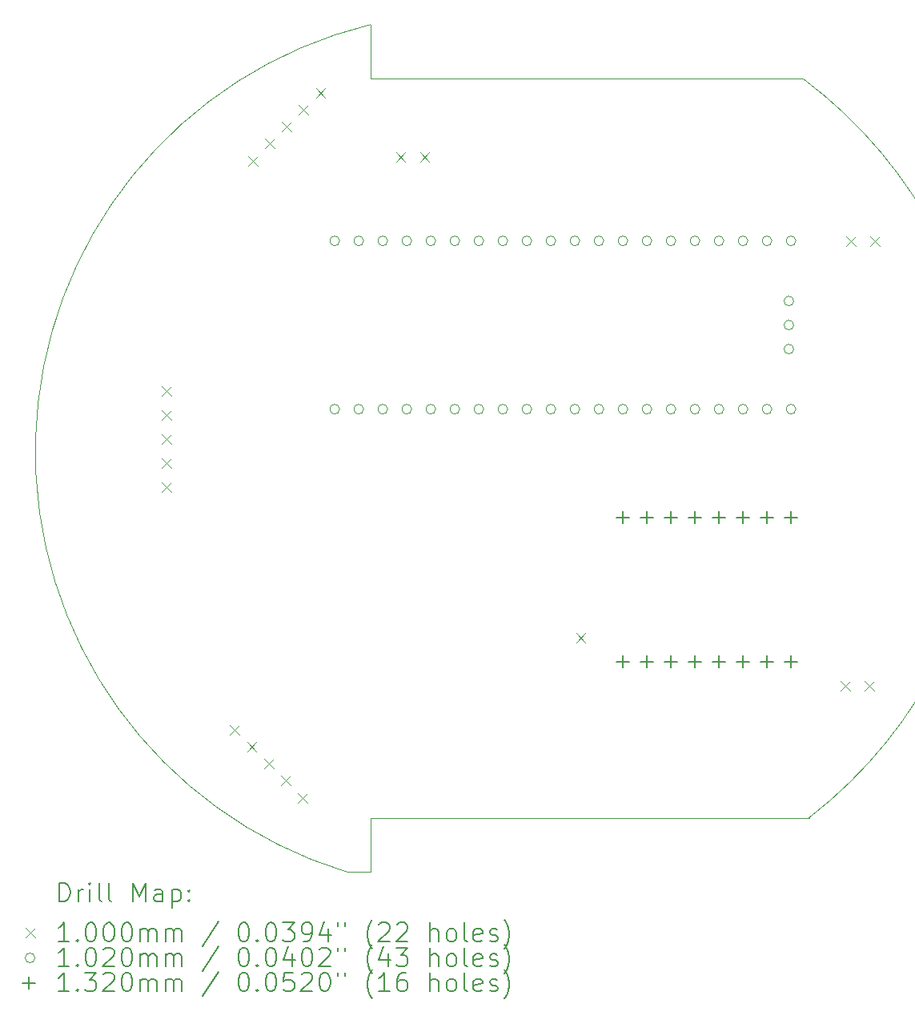
<source format=gbr>
%TF.GenerationSoftware,KiCad,Pcbnew,(6.0.9)*%
%TF.CreationDate,2022-12-06T10:38:09+05:30*%
%TF.ProjectId,micromouseus,6d696372-6f6d-46f7-9573-6575732e6b69,rev?*%
%TF.SameCoordinates,Original*%
%TF.FileFunction,Drillmap*%
%TF.FilePolarity,Positive*%
%FSLAX45Y45*%
G04 Gerber Fmt 4.5, Leading zero omitted, Abs format (unit mm)*
G04 Created by KiCad (PCBNEW (6.0.9)) date 2022-12-06 10:38:09*
%MOMM*%
%LPD*%
G01*
G04 APERTURE LIST*
%ADD10C,0.100000*%
%ADD11C,0.200000*%
%ADD12C,0.102000*%
%ADD13C,0.132000*%
G04 APERTURE END LIST*
D10*
X18097500Y-12827000D02*
G75*
G03*
X18034000Y-5016500I-2994616J3881162D01*
G01*
X13462000Y-13398500D02*
X13462000Y-12827000D01*
X18097500Y-12827000D02*
X13462000Y-12827000D01*
X13462000Y-5016500D02*
X18034000Y-5016500D01*
X13462000Y-4445000D02*
X13462000Y-5016500D01*
X13462000Y-4445000D02*
G75*
G03*
X13208000Y-13398500I1096018J-4511446D01*
G01*
X13208000Y-13398500D02*
X13462000Y-13398500D01*
D11*
D10*
X11253000Y-8269000D02*
X11353000Y-8369000D01*
X11353000Y-8269000D02*
X11253000Y-8369000D01*
X11253000Y-8523000D02*
X11353000Y-8623000D01*
X11353000Y-8523000D02*
X11253000Y-8623000D01*
X11253000Y-8777000D02*
X11353000Y-8877000D01*
X11353000Y-8777000D02*
X11253000Y-8877000D01*
X11253000Y-9031000D02*
X11353000Y-9131000D01*
X11353000Y-9031000D02*
X11253000Y-9131000D01*
X11253000Y-9285000D02*
X11353000Y-9385000D01*
X11353000Y-9285000D02*
X11253000Y-9385000D01*
X11973643Y-11846643D02*
X12073643Y-11946643D01*
X12073643Y-11846643D02*
X11973643Y-11946643D01*
X12153248Y-12026248D02*
X12253248Y-12126248D01*
X12253248Y-12026248D02*
X12153248Y-12126248D01*
X12163436Y-5834064D02*
X12263436Y-5934064D01*
X12263436Y-5834064D02*
X12163436Y-5934064D01*
X12332853Y-12205853D02*
X12432853Y-12305853D01*
X12432853Y-12205853D02*
X12332853Y-12305853D01*
X12343041Y-5654459D02*
X12443041Y-5754459D01*
X12443041Y-5654459D02*
X12343041Y-5754459D01*
X12512459Y-12385459D02*
X12612459Y-12485459D01*
X12612459Y-12385459D02*
X12512459Y-12485459D01*
X12522646Y-5474854D02*
X12622646Y-5574854D01*
X12622646Y-5474854D02*
X12522646Y-5574854D01*
X12692064Y-12565064D02*
X12792064Y-12665064D01*
X12792064Y-12565064D02*
X12692064Y-12665064D01*
X12702252Y-5295248D02*
X12802252Y-5395248D01*
X12802252Y-5295248D02*
X12702252Y-5395248D01*
X12881857Y-5115643D02*
X12981857Y-5215643D01*
X12981857Y-5115643D02*
X12881857Y-5215643D01*
X13729000Y-5792000D02*
X13829000Y-5892000D01*
X13829000Y-5792000D02*
X13729000Y-5892000D01*
X13983000Y-5792000D02*
X14083000Y-5892000D01*
X14083000Y-5792000D02*
X13983000Y-5892000D01*
X15634500Y-10872000D02*
X15734500Y-10972000D01*
X15734500Y-10872000D02*
X15634500Y-10972000D01*
X18429000Y-11380000D02*
X18529000Y-11480000D01*
X18529000Y-11380000D02*
X18429000Y-11480000D01*
X18492000Y-6681000D02*
X18592000Y-6781000D01*
X18592000Y-6681000D02*
X18492000Y-6781000D01*
X18683000Y-11380000D02*
X18783000Y-11480000D01*
X18783000Y-11380000D02*
X18683000Y-11480000D01*
X18746000Y-6681000D02*
X18846000Y-6781000D01*
X18846000Y-6681000D02*
X18746000Y-6781000D01*
D12*
X13132000Y-6731000D02*
G75*
G03*
X13132000Y-6731000I-51000J0D01*
G01*
X13132000Y-8509000D02*
G75*
G03*
X13132000Y-8509000I-51000J0D01*
G01*
X13386000Y-6731000D02*
G75*
G03*
X13386000Y-6731000I-51000J0D01*
G01*
X13386000Y-8509000D02*
G75*
G03*
X13386000Y-8509000I-51000J0D01*
G01*
X13640000Y-6731000D02*
G75*
G03*
X13640000Y-6731000I-51000J0D01*
G01*
X13640000Y-8509000D02*
G75*
G03*
X13640000Y-8509000I-51000J0D01*
G01*
X13894000Y-6731000D02*
G75*
G03*
X13894000Y-6731000I-51000J0D01*
G01*
X13894000Y-8509000D02*
G75*
G03*
X13894000Y-8509000I-51000J0D01*
G01*
X14148000Y-6731000D02*
G75*
G03*
X14148000Y-6731000I-51000J0D01*
G01*
X14148000Y-8509000D02*
G75*
G03*
X14148000Y-8509000I-51000J0D01*
G01*
X14402000Y-6731000D02*
G75*
G03*
X14402000Y-6731000I-51000J0D01*
G01*
X14402000Y-8509000D02*
G75*
G03*
X14402000Y-8509000I-51000J0D01*
G01*
X14656000Y-6731000D02*
G75*
G03*
X14656000Y-6731000I-51000J0D01*
G01*
X14656000Y-8509000D02*
G75*
G03*
X14656000Y-8509000I-51000J0D01*
G01*
X14910000Y-6731000D02*
G75*
G03*
X14910000Y-6731000I-51000J0D01*
G01*
X14910000Y-8509000D02*
G75*
G03*
X14910000Y-8509000I-51000J0D01*
G01*
X15164000Y-6731000D02*
G75*
G03*
X15164000Y-6731000I-51000J0D01*
G01*
X15164000Y-8509000D02*
G75*
G03*
X15164000Y-8509000I-51000J0D01*
G01*
X15418000Y-6731000D02*
G75*
G03*
X15418000Y-6731000I-51000J0D01*
G01*
X15418000Y-8509000D02*
G75*
G03*
X15418000Y-8509000I-51000J0D01*
G01*
X15672000Y-6731000D02*
G75*
G03*
X15672000Y-6731000I-51000J0D01*
G01*
X15672000Y-8509000D02*
G75*
G03*
X15672000Y-8509000I-51000J0D01*
G01*
X15926000Y-6731000D02*
G75*
G03*
X15926000Y-6731000I-51000J0D01*
G01*
X15926000Y-8509000D02*
G75*
G03*
X15926000Y-8509000I-51000J0D01*
G01*
X16180000Y-6731000D02*
G75*
G03*
X16180000Y-6731000I-51000J0D01*
G01*
X16180000Y-8509000D02*
G75*
G03*
X16180000Y-8509000I-51000J0D01*
G01*
X16434000Y-6731000D02*
G75*
G03*
X16434000Y-6731000I-51000J0D01*
G01*
X16434000Y-8509000D02*
G75*
G03*
X16434000Y-8509000I-51000J0D01*
G01*
X16688000Y-6731000D02*
G75*
G03*
X16688000Y-6731000I-51000J0D01*
G01*
X16688000Y-8509000D02*
G75*
G03*
X16688000Y-8509000I-51000J0D01*
G01*
X16942000Y-6731000D02*
G75*
G03*
X16942000Y-6731000I-51000J0D01*
G01*
X16942000Y-8509000D02*
G75*
G03*
X16942000Y-8509000I-51000J0D01*
G01*
X17196000Y-6731000D02*
G75*
G03*
X17196000Y-6731000I-51000J0D01*
G01*
X17196000Y-8509000D02*
G75*
G03*
X17196000Y-8509000I-51000J0D01*
G01*
X17450000Y-6731000D02*
G75*
G03*
X17450000Y-6731000I-51000J0D01*
G01*
X17450000Y-8509000D02*
G75*
G03*
X17450000Y-8509000I-51000J0D01*
G01*
X17704000Y-6731000D02*
G75*
G03*
X17704000Y-6731000I-51000J0D01*
G01*
X17704000Y-8509000D02*
G75*
G03*
X17704000Y-8509000I-51000J0D01*
G01*
X17935000Y-7366000D02*
G75*
G03*
X17935000Y-7366000I-51000J0D01*
G01*
X17935000Y-7620000D02*
G75*
G03*
X17935000Y-7620000I-51000J0D01*
G01*
X17935000Y-7874000D02*
G75*
G03*
X17935000Y-7874000I-51000J0D01*
G01*
X17958000Y-6731000D02*
G75*
G03*
X17958000Y-6731000I-51000J0D01*
G01*
X17958000Y-8509000D02*
G75*
G03*
X17958000Y-8509000I-51000J0D01*
G01*
D13*
X16129000Y-9586000D02*
X16129000Y-9718000D01*
X16063000Y-9652000D02*
X16195000Y-9652000D01*
X16129000Y-11110000D02*
X16129000Y-11242000D01*
X16063000Y-11176000D02*
X16195000Y-11176000D01*
X16383000Y-9586000D02*
X16383000Y-9718000D01*
X16317000Y-9652000D02*
X16449000Y-9652000D01*
X16383000Y-11110000D02*
X16383000Y-11242000D01*
X16317000Y-11176000D02*
X16449000Y-11176000D01*
X16637000Y-9586000D02*
X16637000Y-9718000D01*
X16571000Y-9652000D02*
X16703000Y-9652000D01*
X16637000Y-11110000D02*
X16637000Y-11242000D01*
X16571000Y-11176000D02*
X16703000Y-11176000D01*
X16891000Y-9586000D02*
X16891000Y-9718000D01*
X16825000Y-9652000D02*
X16957000Y-9652000D01*
X16891000Y-11110000D02*
X16891000Y-11242000D01*
X16825000Y-11176000D02*
X16957000Y-11176000D01*
X17145000Y-9586000D02*
X17145000Y-9718000D01*
X17079000Y-9652000D02*
X17211000Y-9652000D01*
X17145000Y-11110000D02*
X17145000Y-11242000D01*
X17079000Y-11176000D02*
X17211000Y-11176000D01*
X17399000Y-9586000D02*
X17399000Y-9718000D01*
X17333000Y-9652000D02*
X17465000Y-9652000D01*
X17399000Y-11110000D02*
X17399000Y-11242000D01*
X17333000Y-11176000D02*
X17465000Y-11176000D01*
X17653000Y-9586000D02*
X17653000Y-9718000D01*
X17587000Y-9652000D02*
X17719000Y-9652000D01*
X17653000Y-11110000D02*
X17653000Y-11242000D01*
X17587000Y-11176000D02*
X17719000Y-11176000D01*
X17907000Y-9586000D02*
X17907000Y-9718000D01*
X17841000Y-9652000D02*
X17973000Y-9652000D01*
X17907000Y-11110000D02*
X17907000Y-11242000D01*
X17841000Y-11176000D02*
X17973000Y-11176000D01*
D11*
X10167966Y-13713976D02*
X10167966Y-13513976D01*
X10215585Y-13513976D01*
X10244156Y-13523500D01*
X10263204Y-13542548D01*
X10272728Y-13561595D01*
X10282251Y-13599690D01*
X10282251Y-13628262D01*
X10272728Y-13666357D01*
X10263204Y-13685405D01*
X10244156Y-13704452D01*
X10215585Y-13713976D01*
X10167966Y-13713976D01*
X10367966Y-13713976D02*
X10367966Y-13580643D01*
X10367966Y-13618738D02*
X10377489Y-13599690D01*
X10387013Y-13590167D01*
X10406061Y-13580643D01*
X10425109Y-13580643D01*
X10491775Y-13713976D02*
X10491775Y-13580643D01*
X10491775Y-13513976D02*
X10482251Y-13523500D01*
X10491775Y-13533024D01*
X10501299Y-13523500D01*
X10491775Y-13513976D01*
X10491775Y-13533024D01*
X10615585Y-13713976D02*
X10596537Y-13704452D01*
X10587013Y-13685405D01*
X10587013Y-13513976D01*
X10720347Y-13713976D02*
X10701299Y-13704452D01*
X10691775Y-13685405D01*
X10691775Y-13513976D01*
X10948918Y-13713976D02*
X10948918Y-13513976D01*
X11015585Y-13656833D01*
X11082251Y-13513976D01*
X11082251Y-13713976D01*
X11263204Y-13713976D02*
X11263204Y-13609214D01*
X11253680Y-13590167D01*
X11234632Y-13580643D01*
X11196537Y-13580643D01*
X11177489Y-13590167D01*
X11263204Y-13704452D02*
X11244156Y-13713976D01*
X11196537Y-13713976D01*
X11177489Y-13704452D01*
X11167966Y-13685405D01*
X11167966Y-13666357D01*
X11177489Y-13647309D01*
X11196537Y-13637786D01*
X11244156Y-13637786D01*
X11263204Y-13628262D01*
X11358442Y-13580643D02*
X11358442Y-13780643D01*
X11358442Y-13590167D02*
X11377489Y-13580643D01*
X11415585Y-13580643D01*
X11434632Y-13590167D01*
X11444156Y-13599690D01*
X11453680Y-13618738D01*
X11453680Y-13675881D01*
X11444156Y-13694928D01*
X11434632Y-13704452D01*
X11415585Y-13713976D01*
X11377489Y-13713976D01*
X11358442Y-13704452D01*
X11539394Y-13694928D02*
X11548918Y-13704452D01*
X11539394Y-13713976D01*
X11529870Y-13704452D01*
X11539394Y-13694928D01*
X11539394Y-13713976D01*
X11539394Y-13590167D02*
X11548918Y-13599690D01*
X11539394Y-13609214D01*
X11529870Y-13599690D01*
X11539394Y-13590167D01*
X11539394Y-13609214D01*
D10*
X9810347Y-13993500D02*
X9910347Y-14093500D01*
X9910347Y-13993500D02*
X9810347Y-14093500D01*
D11*
X10272728Y-14133976D02*
X10158442Y-14133976D01*
X10215585Y-14133976D02*
X10215585Y-13933976D01*
X10196537Y-13962548D01*
X10177489Y-13981595D01*
X10158442Y-13991119D01*
X10358442Y-14114928D02*
X10367966Y-14124452D01*
X10358442Y-14133976D01*
X10348918Y-14124452D01*
X10358442Y-14114928D01*
X10358442Y-14133976D01*
X10491775Y-13933976D02*
X10510823Y-13933976D01*
X10529870Y-13943500D01*
X10539394Y-13953024D01*
X10548918Y-13972071D01*
X10558442Y-14010167D01*
X10558442Y-14057786D01*
X10548918Y-14095881D01*
X10539394Y-14114928D01*
X10529870Y-14124452D01*
X10510823Y-14133976D01*
X10491775Y-14133976D01*
X10472728Y-14124452D01*
X10463204Y-14114928D01*
X10453680Y-14095881D01*
X10444156Y-14057786D01*
X10444156Y-14010167D01*
X10453680Y-13972071D01*
X10463204Y-13953024D01*
X10472728Y-13943500D01*
X10491775Y-13933976D01*
X10682251Y-13933976D02*
X10701299Y-13933976D01*
X10720347Y-13943500D01*
X10729870Y-13953024D01*
X10739394Y-13972071D01*
X10748918Y-14010167D01*
X10748918Y-14057786D01*
X10739394Y-14095881D01*
X10729870Y-14114928D01*
X10720347Y-14124452D01*
X10701299Y-14133976D01*
X10682251Y-14133976D01*
X10663204Y-14124452D01*
X10653680Y-14114928D01*
X10644156Y-14095881D01*
X10634632Y-14057786D01*
X10634632Y-14010167D01*
X10644156Y-13972071D01*
X10653680Y-13953024D01*
X10663204Y-13943500D01*
X10682251Y-13933976D01*
X10872728Y-13933976D02*
X10891775Y-13933976D01*
X10910823Y-13943500D01*
X10920347Y-13953024D01*
X10929870Y-13972071D01*
X10939394Y-14010167D01*
X10939394Y-14057786D01*
X10929870Y-14095881D01*
X10920347Y-14114928D01*
X10910823Y-14124452D01*
X10891775Y-14133976D01*
X10872728Y-14133976D01*
X10853680Y-14124452D01*
X10844156Y-14114928D01*
X10834632Y-14095881D01*
X10825109Y-14057786D01*
X10825109Y-14010167D01*
X10834632Y-13972071D01*
X10844156Y-13953024D01*
X10853680Y-13943500D01*
X10872728Y-13933976D01*
X11025109Y-14133976D02*
X11025109Y-14000643D01*
X11025109Y-14019690D02*
X11034632Y-14010167D01*
X11053680Y-14000643D01*
X11082251Y-14000643D01*
X11101299Y-14010167D01*
X11110823Y-14029214D01*
X11110823Y-14133976D01*
X11110823Y-14029214D02*
X11120347Y-14010167D01*
X11139394Y-14000643D01*
X11167966Y-14000643D01*
X11187013Y-14010167D01*
X11196537Y-14029214D01*
X11196537Y-14133976D01*
X11291775Y-14133976D02*
X11291775Y-14000643D01*
X11291775Y-14019690D02*
X11301299Y-14010167D01*
X11320347Y-14000643D01*
X11348918Y-14000643D01*
X11367966Y-14010167D01*
X11377489Y-14029214D01*
X11377489Y-14133976D01*
X11377489Y-14029214D02*
X11387013Y-14010167D01*
X11406061Y-14000643D01*
X11434632Y-14000643D01*
X11453680Y-14010167D01*
X11463204Y-14029214D01*
X11463204Y-14133976D01*
X11853680Y-13924452D02*
X11682251Y-14181595D01*
X12110823Y-13933976D02*
X12129870Y-13933976D01*
X12148918Y-13943500D01*
X12158442Y-13953024D01*
X12167966Y-13972071D01*
X12177489Y-14010167D01*
X12177489Y-14057786D01*
X12167966Y-14095881D01*
X12158442Y-14114928D01*
X12148918Y-14124452D01*
X12129870Y-14133976D01*
X12110823Y-14133976D01*
X12091775Y-14124452D01*
X12082251Y-14114928D01*
X12072727Y-14095881D01*
X12063204Y-14057786D01*
X12063204Y-14010167D01*
X12072727Y-13972071D01*
X12082251Y-13953024D01*
X12091775Y-13943500D01*
X12110823Y-13933976D01*
X12263204Y-14114928D02*
X12272727Y-14124452D01*
X12263204Y-14133976D01*
X12253680Y-14124452D01*
X12263204Y-14114928D01*
X12263204Y-14133976D01*
X12396537Y-13933976D02*
X12415585Y-13933976D01*
X12434632Y-13943500D01*
X12444156Y-13953024D01*
X12453680Y-13972071D01*
X12463204Y-14010167D01*
X12463204Y-14057786D01*
X12453680Y-14095881D01*
X12444156Y-14114928D01*
X12434632Y-14124452D01*
X12415585Y-14133976D01*
X12396537Y-14133976D01*
X12377489Y-14124452D01*
X12367966Y-14114928D01*
X12358442Y-14095881D01*
X12348918Y-14057786D01*
X12348918Y-14010167D01*
X12358442Y-13972071D01*
X12367966Y-13953024D01*
X12377489Y-13943500D01*
X12396537Y-13933976D01*
X12529870Y-13933976D02*
X12653680Y-13933976D01*
X12587013Y-14010167D01*
X12615585Y-14010167D01*
X12634632Y-14019690D01*
X12644156Y-14029214D01*
X12653680Y-14048262D01*
X12653680Y-14095881D01*
X12644156Y-14114928D01*
X12634632Y-14124452D01*
X12615585Y-14133976D01*
X12558442Y-14133976D01*
X12539394Y-14124452D01*
X12529870Y-14114928D01*
X12748918Y-14133976D02*
X12787013Y-14133976D01*
X12806061Y-14124452D01*
X12815585Y-14114928D01*
X12834632Y-14086357D01*
X12844156Y-14048262D01*
X12844156Y-13972071D01*
X12834632Y-13953024D01*
X12825108Y-13943500D01*
X12806061Y-13933976D01*
X12767966Y-13933976D01*
X12748918Y-13943500D01*
X12739394Y-13953024D01*
X12729870Y-13972071D01*
X12729870Y-14019690D01*
X12739394Y-14038738D01*
X12748918Y-14048262D01*
X12767966Y-14057786D01*
X12806061Y-14057786D01*
X12825108Y-14048262D01*
X12834632Y-14038738D01*
X12844156Y-14019690D01*
X13015585Y-14000643D02*
X13015585Y-14133976D01*
X12967966Y-13924452D02*
X12920346Y-14067309D01*
X13044156Y-14067309D01*
X13110823Y-13933976D02*
X13110823Y-13972071D01*
X13187013Y-13933976D02*
X13187013Y-13972071D01*
X13482251Y-14210167D02*
X13472727Y-14200643D01*
X13453680Y-14172071D01*
X13444156Y-14153024D01*
X13434632Y-14124452D01*
X13425108Y-14076833D01*
X13425108Y-14038738D01*
X13434632Y-13991119D01*
X13444156Y-13962548D01*
X13453680Y-13943500D01*
X13472727Y-13914928D01*
X13482251Y-13905405D01*
X13548918Y-13953024D02*
X13558442Y-13943500D01*
X13577489Y-13933976D01*
X13625108Y-13933976D01*
X13644156Y-13943500D01*
X13653680Y-13953024D01*
X13663204Y-13972071D01*
X13663204Y-13991119D01*
X13653680Y-14019690D01*
X13539394Y-14133976D01*
X13663204Y-14133976D01*
X13739394Y-13953024D02*
X13748918Y-13943500D01*
X13767966Y-13933976D01*
X13815585Y-13933976D01*
X13834632Y-13943500D01*
X13844156Y-13953024D01*
X13853680Y-13972071D01*
X13853680Y-13991119D01*
X13844156Y-14019690D01*
X13729870Y-14133976D01*
X13853680Y-14133976D01*
X14091775Y-14133976D02*
X14091775Y-13933976D01*
X14177489Y-14133976D02*
X14177489Y-14029214D01*
X14167966Y-14010167D01*
X14148918Y-14000643D01*
X14120346Y-14000643D01*
X14101299Y-14010167D01*
X14091775Y-14019690D01*
X14301299Y-14133976D02*
X14282251Y-14124452D01*
X14272727Y-14114928D01*
X14263204Y-14095881D01*
X14263204Y-14038738D01*
X14272727Y-14019690D01*
X14282251Y-14010167D01*
X14301299Y-14000643D01*
X14329870Y-14000643D01*
X14348918Y-14010167D01*
X14358442Y-14019690D01*
X14367966Y-14038738D01*
X14367966Y-14095881D01*
X14358442Y-14114928D01*
X14348918Y-14124452D01*
X14329870Y-14133976D01*
X14301299Y-14133976D01*
X14482251Y-14133976D02*
X14463204Y-14124452D01*
X14453680Y-14105405D01*
X14453680Y-13933976D01*
X14634632Y-14124452D02*
X14615585Y-14133976D01*
X14577489Y-14133976D01*
X14558442Y-14124452D01*
X14548918Y-14105405D01*
X14548918Y-14029214D01*
X14558442Y-14010167D01*
X14577489Y-14000643D01*
X14615585Y-14000643D01*
X14634632Y-14010167D01*
X14644156Y-14029214D01*
X14644156Y-14048262D01*
X14548918Y-14067309D01*
X14720346Y-14124452D02*
X14739394Y-14133976D01*
X14777489Y-14133976D01*
X14796537Y-14124452D01*
X14806061Y-14105405D01*
X14806061Y-14095881D01*
X14796537Y-14076833D01*
X14777489Y-14067309D01*
X14748918Y-14067309D01*
X14729870Y-14057786D01*
X14720346Y-14038738D01*
X14720346Y-14029214D01*
X14729870Y-14010167D01*
X14748918Y-14000643D01*
X14777489Y-14000643D01*
X14796537Y-14010167D01*
X14872727Y-14210167D02*
X14882251Y-14200643D01*
X14901299Y-14172071D01*
X14910823Y-14153024D01*
X14920346Y-14124452D01*
X14929870Y-14076833D01*
X14929870Y-14038738D01*
X14920346Y-13991119D01*
X14910823Y-13962548D01*
X14901299Y-13943500D01*
X14882251Y-13914928D01*
X14872727Y-13905405D01*
D12*
X9910347Y-14307500D02*
G75*
G03*
X9910347Y-14307500I-51000J0D01*
G01*
D11*
X10272728Y-14397976D02*
X10158442Y-14397976D01*
X10215585Y-14397976D02*
X10215585Y-14197976D01*
X10196537Y-14226548D01*
X10177489Y-14245595D01*
X10158442Y-14255119D01*
X10358442Y-14378928D02*
X10367966Y-14388452D01*
X10358442Y-14397976D01*
X10348918Y-14388452D01*
X10358442Y-14378928D01*
X10358442Y-14397976D01*
X10491775Y-14197976D02*
X10510823Y-14197976D01*
X10529870Y-14207500D01*
X10539394Y-14217024D01*
X10548918Y-14236071D01*
X10558442Y-14274167D01*
X10558442Y-14321786D01*
X10548918Y-14359881D01*
X10539394Y-14378928D01*
X10529870Y-14388452D01*
X10510823Y-14397976D01*
X10491775Y-14397976D01*
X10472728Y-14388452D01*
X10463204Y-14378928D01*
X10453680Y-14359881D01*
X10444156Y-14321786D01*
X10444156Y-14274167D01*
X10453680Y-14236071D01*
X10463204Y-14217024D01*
X10472728Y-14207500D01*
X10491775Y-14197976D01*
X10634632Y-14217024D02*
X10644156Y-14207500D01*
X10663204Y-14197976D01*
X10710823Y-14197976D01*
X10729870Y-14207500D01*
X10739394Y-14217024D01*
X10748918Y-14236071D01*
X10748918Y-14255119D01*
X10739394Y-14283690D01*
X10625109Y-14397976D01*
X10748918Y-14397976D01*
X10872728Y-14197976D02*
X10891775Y-14197976D01*
X10910823Y-14207500D01*
X10920347Y-14217024D01*
X10929870Y-14236071D01*
X10939394Y-14274167D01*
X10939394Y-14321786D01*
X10929870Y-14359881D01*
X10920347Y-14378928D01*
X10910823Y-14388452D01*
X10891775Y-14397976D01*
X10872728Y-14397976D01*
X10853680Y-14388452D01*
X10844156Y-14378928D01*
X10834632Y-14359881D01*
X10825109Y-14321786D01*
X10825109Y-14274167D01*
X10834632Y-14236071D01*
X10844156Y-14217024D01*
X10853680Y-14207500D01*
X10872728Y-14197976D01*
X11025109Y-14397976D02*
X11025109Y-14264643D01*
X11025109Y-14283690D02*
X11034632Y-14274167D01*
X11053680Y-14264643D01*
X11082251Y-14264643D01*
X11101299Y-14274167D01*
X11110823Y-14293214D01*
X11110823Y-14397976D01*
X11110823Y-14293214D02*
X11120347Y-14274167D01*
X11139394Y-14264643D01*
X11167966Y-14264643D01*
X11187013Y-14274167D01*
X11196537Y-14293214D01*
X11196537Y-14397976D01*
X11291775Y-14397976D02*
X11291775Y-14264643D01*
X11291775Y-14283690D02*
X11301299Y-14274167D01*
X11320347Y-14264643D01*
X11348918Y-14264643D01*
X11367966Y-14274167D01*
X11377489Y-14293214D01*
X11377489Y-14397976D01*
X11377489Y-14293214D02*
X11387013Y-14274167D01*
X11406061Y-14264643D01*
X11434632Y-14264643D01*
X11453680Y-14274167D01*
X11463204Y-14293214D01*
X11463204Y-14397976D01*
X11853680Y-14188452D02*
X11682251Y-14445595D01*
X12110823Y-14197976D02*
X12129870Y-14197976D01*
X12148918Y-14207500D01*
X12158442Y-14217024D01*
X12167966Y-14236071D01*
X12177489Y-14274167D01*
X12177489Y-14321786D01*
X12167966Y-14359881D01*
X12158442Y-14378928D01*
X12148918Y-14388452D01*
X12129870Y-14397976D01*
X12110823Y-14397976D01*
X12091775Y-14388452D01*
X12082251Y-14378928D01*
X12072727Y-14359881D01*
X12063204Y-14321786D01*
X12063204Y-14274167D01*
X12072727Y-14236071D01*
X12082251Y-14217024D01*
X12091775Y-14207500D01*
X12110823Y-14197976D01*
X12263204Y-14378928D02*
X12272727Y-14388452D01*
X12263204Y-14397976D01*
X12253680Y-14388452D01*
X12263204Y-14378928D01*
X12263204Y-14397976D01*
X12396537Y-14197976D02*
X12415585Y-14197976D01*
X12434632Y-14207500D01*
X12444156Y-14217024D01*
X12453680Y-14236071D01*
X12463204Y-14274167D01*
X12463204Y-14321786D01*
X12453680Y-14359881D01*
X12444156Y-14378928D01*
X12434632Y-14388452D01*
X12415585Y-14397976D01*
X12396537Y-14397976D01*
X12377489Y-14388452D01*
X12367966Y-14378928D01*
X12358442Y-14359881D01*
X12348918Y-14321786D01*
X12348918Y-14274167D01*
X12358442Y-14236071D01*
X12367966Y-14217024D01*
X12377489Y-14207500D01*
X12396537Y-14197976D01*
X12634632Y-14264643D02*
X12634632Y-14397976D01*
X12587013Y-14188452D02*
X12539394Y-14331309D01*
X12663204Y-14331309D01*
X12777489Y-14197976D02*
X12796537Y-14197976D01*
X12815585Y-14207500D01*
X12825108Y-14217024D01*
X12834632Y-14236071D01*
X12844156Y-14274167D01*
X12844156Y-14321786D01*
X12834632Y-14359881D01*
X12825108Y-14378928D01*
X12815585Y-14388452D01*
X12796537Y-14397976D01*
X12777489Y-14397976D01*
X12758442Y-14388452D01*
X12748918Y-14378928D01*
X12739394Y-14359881D01*
X12729870Y-14321786D01*
X12729870Y-14274167D01*
X12739394Y-14236071D01*
X12748918Y-14217024D01*
X12758442Y-14207500D01*
X12777489Y-14197976D01*
X12920346Y-14217024D02*
X12929870Y-14207500D01*
X12948918Y-14197976D01*
X12996537Y-14197976D01*
X13015585Y-14207500D01*
X13025108Y-14217024D01*
X13034632Y-14236071D01*
X13034632Y-14255119D01*
X13025108Y-14283690D01*
X12910823Y-14397976D01*
X13034632Y-14397976D01*
X13110823Y-14197976D02*
X13110823Y-14236071D01*
X13187013Y-14197976D02*
X13187013Y-14236071D01*
X13482251Y-14474167D02*
X13472727Y-14464643D01*
X13453680Y-14436071D01*
X13444156Y-14417024D01*
X13434632Y-14388452D01*
X13425108Y-14340833D01*
X13425108Y-14302738D01*
X13434632Y-14255119D01*
X13444156Y-14226548D01*
X13453680Y-14207500D01*
X13472727Y-14178928D01*
X13482251Y-14169405D01*
X13644156Y-14264643D02*
X13644156Y-14397976D01*
X13596537Y-14188452D02*
X13548918Y-14331309D01*
X13672727Y-14331309D01*
X13729870Y-14197976D02*
X13853680Y-14197976D01*
X13787013Y-14274167D01*
X13815585Y-14274167D01*
X13834632Y-14283690D01*
X13844156Y-14293214D01*
X13853680Y-14312262D01*
X13853680Y-14359881D01*
X13844156Y-14378928D01*
X13834632Y-14388452D01*
X13815585Y-14397976D01*
X13758442Y-14397976D01*
X13739394Y-14388452D01*
X13729870Y-14378928D01*
X14091775Y-14397976D02*
X14091775Y-14197976D01*
X14177489Y-14397976D02*
X14177489Y-14293214D01*
X14167966Y-14274167D01*
X14148918Y-14264643D01*
X14120346Y-14264643D01*
X14101299Y-14274167D01*
X14091775Y-14283690D01*
X14301299Y-14397976D02*
X14282251Y-14388452D01*
X14272727Y-14378928D01*
X14263204Y-14359881D01*
X14263204Y-14302738D01*
X14272727Y-14283690D01*
X14282251Y-14274167D01*
X14301299Y-14264643D01*
X14329870Y-14264643D01*
X14348918Y-14274167D01*
X14358442Y-14283690D01*
X14367966Y-14302738D01*
X14367966Y-14359881D01*
X14358442Y-14378928D01*
X14348918Y-14388452D01*
X14329870Y-14397976D01*
X14301299Y-14397976D01*
X14482251Y-14397976D02*
X14463204Y-14388452D01*
X14453680Y-14369405D01*
X14453680Y-14197976D01*
X14634632Y-14388452D02*
X14615585Y-14397976D01*
X14577489Y-14397976D01*
X14558442Y-14388452D01*
X14548918Y-14369405D01*
X14548918Y-14293214D01*
X14558442Y-14274167D01*
X14577489Y-14264643D01*
X14615585Y-14264643D01*
X14634632Y-14274167D01*
X14644156Y-14293214D01*
X14644156Y-14312262D01*
X14548918Y-14331309D01*
X14720346Y-14388452D02*
X14739394Y-14397976D01*
X14777489Y-14397976D01*
X14796537Y-14388452D01*
X14806061Y-14369405D01*
X14806061Y-14359881D01*
X14796537Y-14340833D01*
X14777489Y-14331309D01*
X14748918Y-14331309D01*
X14729870Y-14321786D01*
X14720346Y-14302738D01*
X14720346Y-14293214D01*
X14729870Y-14274167D01*
X14748918Y-14264643D01*
X14777489Y-14264643D01*
X14796537Y-14274167D01*
X14872727Y-14474167D02*
X14882251Y-14464643D01*
X14901299Y-14436071D01*
X14910823Y-14417024D01*
X14920346Y-14388452D01*
X14929870Y-14340833D01*
X14929870Y-14302738D01*
X14920346Y-14255119D01*
X14910823Y-14226548D01*
X14901299Y-14207500D01*
X14882251Y-14178928D01*
X14872727Y-14169405D01*
D13*
X9844347Y-14505500D02*
X9844347Y-14637500D01*
X9778347Y-14571500D02*
X9910347Y-14571500D01*
D11*
X10272728Y-14661976D02*
X10158442Y-14661976D01*
X10215585Y-14661976D02*
X10215585Y-14461976D01*
X10196537Y-14490548D01*
X10177489Y-14509595D01*
X10158442Y-14519119D01*
X10358442Y-14642928D02*
X10367966Y-14652452D01*
X10358442Y-14661976D01*
X10348918Y-14652452D01*
X10358442Y-14642928D01*
X10358442Y-14661976D01*
X10434632Y-14461976D02*
X10558442Y-14461976D01*
X10491775Y-14538167D01*
X10520347Y-14538167D01*
X10539394Y-14547690D01*
X10548918Y-14557214D01*
X10558442Y-14576262D01*
X10558442Y-14623881D01*
X10548918Y-14642928D01*
X10539394Y-14652452D01*
X10520347Y-14661976D01*
X10463204Y-14661976D01*
X10444156Y-14652452D01*
X10434632Y-14642928D01*
X10634632Y-14481024D02*
X10644156Y-14471500D01*
X10663204Y-14461976D01*
X10710823Y-14461976D01*
X10729870Y-14471500D01*
X10739394Y-14481024D01*
X10748918Y-14500071D01*
X10748918Y-14519119D01*
X10739394Y-14547690D01*
X10625109Y-14661976D01*
X10748918Y-14661976D01*
X10872728Y-14461976D02*
X10891775Y-14461976D01*
X10910823Y-14471500D01*
X10920347Y-14481024D01*
X10929870Y-14500071D01*
X10939394Y-14538167D01*
X10939394Y-14585786D01*
X10929870Y-14623881D01*
X10920347Y-14642928D01*
X10910823Y-14652452D01*
X10891775Y-14661976D01*
X10872728Y-14661976D01*
X10853680Y-14652452D01*
X10844156Y-14642928D01*
X10834632Y-14623881D01*
X10825109Y-14585786D01*
X10825109Y-14538167D01*
X10834632Y-14500071D01*
X10844156Y-14481024D01*
X10853680Y-14471500D01*
X10872728Y-14461976D01*
X11025109Y-14661976D02*
X11025109Y-14528643D01*
X11025109Y-14547690D02*
X11034632Y-14538167D01*
X11053680Y-14528643D01*
X11082251Y-14528643D01*
X11101299Y-14538167D01*
X11110823Y-14557214D01*
X11110823Y-14661976D01*
X11110823Y-14557214D02*
X11120347Y-14538167D01*
X11139394Y-14528643D01*
X11167966Y-14528643D01*
X11187013Y-14538167D01*
X11196537Y-14557214D01*
X11196537Y-14661976D01*
X11291775Y-14661976D02*
X11291775Y-14528643D01*
X11291775Y-14547690D02*
X11301299Y-14538167D01*
X11320347Y-14528643D01*
X11348918Y-14528643D01*
X11367966Y-14538167D01*
X11377489Y-14557214D01*
X11377489Y-14661976D01*
X11377489Y-14557214D02*
X11387013Y-14538167D01*
X11406061Y-14528643D01*
X11434632Y-14528643D01*
X11453680Y-14538167D01*
X11463204Y-14557214D01*
X11463204Y-14661976D01*
X11853680Y-14452452D02*
X11682251Y-14709595D01*
X12110823Y-14461976D02*
X12129870Y-14461976D01*
X12148918Y-14471500D01*
X12158442Y-14481024D01*
X12167966Y-14500071D01*
X12177489Y-14538167D01*
X12177489Y-14585786D01*
X12167966Y-14623881D01*
X12158442Y-14642928D01*
X12148918Y-14652452D01*
X12129870Y-14661976D01*
X12110823Y-14661976D01*
X12091775Y-14652452D01*
X12082251Y-14642928D01*
X12072727Y-14623881D01*
X12063204Y-14585786D01*
X12063204Y-14538167D01*
X12072727Y-14500071D01*
X12082251Y-14481024D01*
X12091775Y-14471500D01*
X12110823Y-14461976D01*
X12263204Y-14642928D02*
X12272727Y-14652452D01*
X12263204Y-14661976D01*
X12253680Y-14652452D01*
X12263204Y-14642928D01*
X12263204Y-14661976D01*
X12396537Y-14461976D02*
X12415585Y-14461976D01*
X12434632Y-14471500D01*
X12444156Y-14481024D01*
X12453680Y-14500071D01*
X12463204Y-14538167D01*
X12463204Y-14585786D01*
X12453680Y-14623881D01*
X12444156Y-14642928D01*
X12434632Y-14652452D01*
X12415585Y-14661976D01*
X12396537Y-14661976D01*
X12377489Y-14652452D01*
X12367966Y-14642928D01*
X12358442Y-14623881D01*
X12348918Y-14585786D01*
X12348918Y-14538167D01*
X12358442Y-14500071D01*
X12367966Y-14481024D01*
X12377489Y-14471500D01*
X12396537Y-14461976D01*
X12644156Y-14461976D02*
X12548918Y-14461976D01*
X12539394Y-14557214D01*
X12548918Y-14547690D01*
X12567966Y-14538167D01*
X12615585Y-14538167D01*
X12634632Y-14547690D01*
X12644156Y-14557214D01*
X12653680Y-14576262D01*
X12653680Y-14623881D01*
X12644156Y-14642928D01*
X12634632Y-14652452D01*
X12615585Y-14661976D01*
X12567966Y-14661976D01*
X12548918Y-14652452D01*
X12539394Y-14642928D01*
X12729870Y-14481024D02*
X12739394Y-14471500D01*
X12758442Y-14461976D01*
X12806061Y-14461976D01*
X12825108Y-14471500D01*
X12834632Y-14481024D01*
X12844156Y-14500071D01*
X12844156Y-14519119D01*
X12834632Y-14547690D01*
X12720347Y-14661976D01*
X12844156Y-14661976D01*
X12967966Y-14461976D02*
X12987013Y-14461976D01*
X13006061Y-14471500D01*
X13015585Y-14481024D01*
X13025108Y-14500071D01*
X13034632Y-14538167D01*
X13034632Y-14585786D01*
X13025108Y-14623881D01*
X13015585Y-14642928D01*
X13006061Y-14652452D01*
X12987013Y-14661976D01*
X12967966Y-14661976D01*
X12948918Y-14652452D01*
X12939394Y-14642928D01*
X12929870Y-14623881D01*
X12920346Y-14585786D01*
X12920346Y-14538167D01*
X12929870Y-14500071D01*
X12939394Y-14481024D01*
X12948918Y-14471500D01*
X12967966Y-14461976D01*
X13110823Y-14461976D02*
X13110823Y-14500071D01*
X13187013Y-14461976D02*
X13187013Y-14500071D01*
X13482251Y-14738167D02*
X13472727Y-14728643D01*
X13453680Y-14700071D01*
X13444156Y-14681024D01*
X13434632Y-14652452D01*
X13425108Y-14604833D01*
X13425108Y-14566738D01*
X13434632Y-14519119D01*
X13444156Y-14490548D01*
X13453680Y-14471500D01*
X13472727Y-14442928D01*
X13482251Y-14433405D01*
X13663204Y-14661976D02*
X13548918Y-14661976D01*
X13606061Y-14661976D02*
X13606061Y-14461976D01*
X13587013Y-14490548D01*
X13567966Y-14509595D01*
X13548918Y-14519119D01*
X13834632Y-14461976D02*
X13796537Y-14461976D01*
X13777489Y-14471500D01*
X13767966Y-14481024D01*
X13748918Y-14509595D01*
X13739394Y-14547690D01*
X13739394Y-14623881D01*
X13748918Y-14642928D01*
X13758442Y-14652452D01*
X13777489Y-14661976D01*
X13815585Y-14661976D01*
X13834632Y-14652452D01*
X13844156Y-14642928D01*
X13853680Y-14623881D01*
X13853680Y-14576262D01*
X13844156Y-14557214D01*
X13834632Y-14547690D01*
X13815585Y-14538167D01*
X13777489Y-14538167D01*
X13758442Y-14547690D01*
X13748918Y-14557214D01*
X13739394Y-14576262D01*
X14091775Y-14661976D02*
X14091775Y-14461976D01*
X14177489Y-14661976D02*
X14177489Y-14557214D01*
X14167966Y-14538167D01*
X14148918Y-14528643D01*
X14120346Y-14528643D01*
X14101299Y-14538167D01*
X14091775Y-14547690D01*
X14301299Y-14661976D02*
X14282251Y-14652452D01*
X14272727Y-14642928D01*
X14263204Y-14623881D01*
X14263204Y-14566738D01*
X14272727Y-14547690D01*
X14282251Y-14538167D01*
X14301299Y-14528643D01*
X14329870Y-14528643D01*
X14348918Y-14538167D01*
X14358442Y-14547690D01*
X14367966Y-14566738D01*
X14367966Y-14623881D01*
X14358442Y-14642928D01*
X14348918Y-14652452D01*
X14329870Y-14661976D01*
X14301299Y-14661976D01*
X14482251Y-14661976D02*
X14463204Y-14652452D01*
X14453680Y-14633405D01*
X14453680Y-14461976D01*
X14634632Y-14652452D02*
X14615585Y-14661976D01*
X14577489Y-14661976D01*
X14558442Y-14652452D01*
X14548918Y-14633405D01*
X14548918Y-14557214D01*
X14558442Y-14538167D01*
X14577489Y-14528643D01*
X14615585Y-14528643D01*
X14634632Y-14538167D01*
X14644156Y-14557214D01*
X14644156Y-14576262D01*
X14548918Y-14595309D01*
X14720346Y-14652452D02*
X14739394Y-14661976D01*
X14777489Y-14661976D01*
X14796537Y-14652452D01*
X14806061Y-14633405D01*
X14806061Y-14623881D01*
X14796537Y-14604833D01*
X14777489Y-14595309D01*
X14748918Y-14595309D01*
X14729870Y-14585786D01*
X14720346Y-14566738D01*
X14720346Y-14557214D01*
X14729870Y-14538167D01*
X14748918Y-14528643D01*
X14777489Y-14528643D01*
X14796537Y-14538167D01*
X14872727Y-14738167D02*
X14882251Y-14728643D01*
X14901299Y-14700071D01*
X14910823Y-14681024D01*
X14920346Y-14652452D01*
X14929870Y-14604833D01*
X14929870Y-14566738D01*
X14920346Y-14519119D01*
X14910823Y-14490548D01*
X14901299Y-14471500D01*
X14882251Y-14442928D01*
X14872727Y-14433405D01*
M02*

</source>
